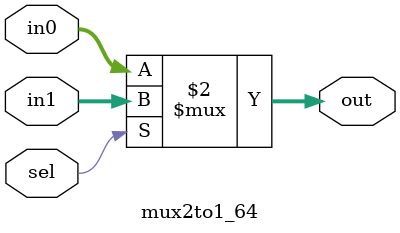
<source format=v>
`timescale 1ns / 1ps

module mux2to1_64( // originally mux2to1_8
    input wire [63:0] in0,
    input wire [63:0] in1,
    input wire       sel,
    output reg [63:0] out
    );
    always @(*) begin
        out = sel ? in1 : in0;
    end
endmodule

</source>
